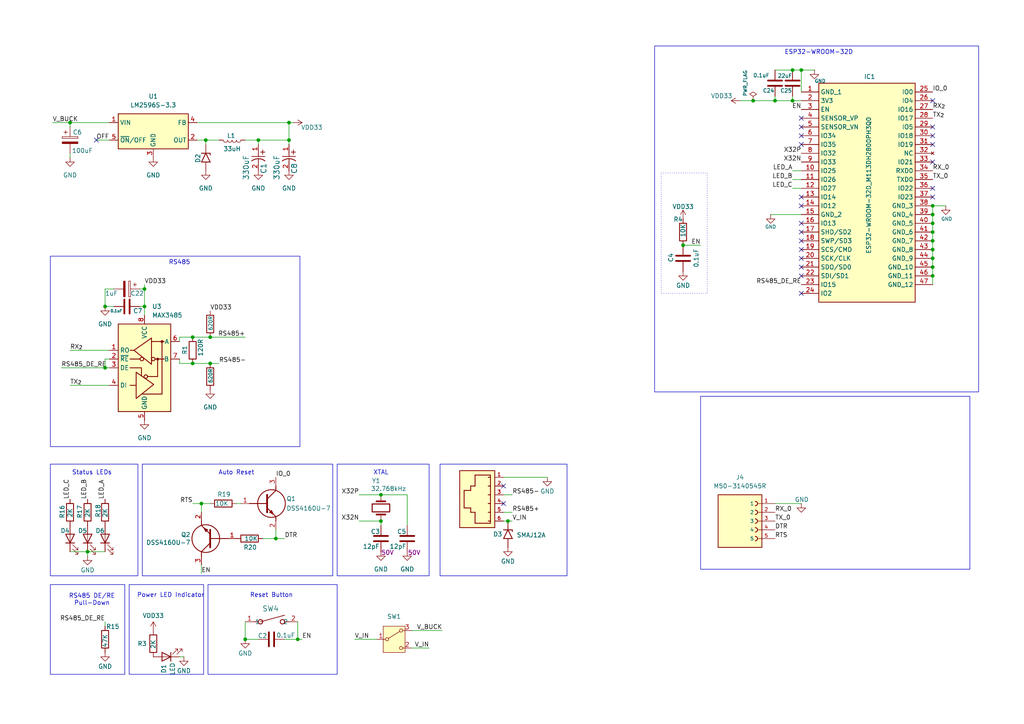
<source format=kicad_sch>
(kicad_sch (version 20250114) (generator "eeschema") (generator_version "9.0")
  (paper "A4")
  (title_block (title "Modbus-to-X") (date "2025-07-06") (rev "0.1") (company "Joachim Andersen"))
  (lib_symbols
    (symbol "Adafruit 3983 Mini Soft Touch Switch:3983" (pin_names (offset 0.254))
      (property "Reference" "SW" (at 7.62 3.81 0))
      (property "Value" "3983" (at 0 0 0))
      (symbol "3983_0_1"
        (pin unspecified line (at 0 0 0) (length 2.54) (name "1") (number "1"))
        (pin unspecified line (at 15.24 0 180) (length 2.54) (name "2") (number "2"))
      )
    )
    (symbol "C_1" (pin_numbers (hide yes)) (pin_names (offset 0.254))
      (property "Reference" "C" (at 0.635 2.54 0))
      (property "Value" "C" (at 0.635 -2.54 0))
      (symbol "C_1_1_1"
        (pin passive line (at 0 3.81 270) (length 2.794) (name "~") (number "1"))
        (pin passive line (at 0 -3.81 90) (length 2.794) (name "~") (number "2"))
      )
    )
    (symbol "C_2" (pin_numbers (hide yes)) (pin_names (offset 0.254) (hide yes))
      (property "Reference" "C" (at 0.635 2.54 0))
      (property "Value" "C" (at 0.635 -2.54 0))
      (symbol "C_2_1_1"
        (pin passive line (at 0 3.81 270) (length 2.794) (name "~") (number "1"))
        (pin passive line (at 0 -3.81 90) (length 2.794) (name "~") (number "2"))
      )
    )
    (symbol "DSS4160U-7:DSS4160U-7" (pin_names (hide yes))
      (property "Reference" "Q" (at 13.97 1.27 0))
      (property "Value" "DSS4160U-7" (at 13.97 -1.27 0))
      (symbol "DSS4160U-7_1_1"
        (pin passive line (at 0 0 0) (length 2.54) (name "B") (number "1"))
        (pin passive line (at 10.16 7.62 270) (length 2.54) (name "C") (number "3"))
        (pin passive line (at 10.16 -7.62 90) (length 2.54) (name "E") (number "2"))
      )
    )
    (symbol "Device:C" (pin_numbers (hide yes)) (pin_names (offset 0.254))
      (property "Reference" "C" (at 0.635 2.54 0))
      (property "Value" "C" (at 0.635 -2.54 0))
      (symbol "C_1_1"
        (pin passive line (at 0 3.81 270) (length 2.794) (name "~") (number "1"))
        (pin passive line (at 0 -3.81 90) (length 2.794) (name "~") (number "2"))
      )
    )
    (symbol "Device:C_Polarized" (pin_numbers (hide yes)) (pin_names (offset 0.254))
      (property "Reference" "C" (at 0.635 2.54 0))
      (property "Value" "C_Polarized" (at 0.635 -2.54 0))
      (symbol "C_Polarized_1_1"
        (pin passive line (at 0 3.81 270) (length 2.794) (name "~") (number "1"))
        (pin passive line (at 0 -3.81 90) (length 2.794) (name "~") (number "2"))
      )
    )
    (symbol "Device:Crystal" (pin_numbers (hide yes)) (pin_names (offset 1.016) (hide yes))
      (property "Reference" "Y" (at 0 3.81 0))
      (property "Value" "Crystal" (at 0 -3.81 0))
      (symbol "Crystal_1_1"
        (pin passive line (at -3.81 0 0) (length 1.27) (name "1") (number "1"))
        (pin passive line (at 3.81 0 180) (length 1.27) (name "2") (number "2"))
      )
    )
    (symbol "Device:L" (pin_numbers (hide yes)) (pin_names (offset 1.016) (hide yes))
      (property "Reference" "L" (at -1.27 0 90))
      (property "Value" "L" (at 1.905 0 90))
      (symbol "L_1_1"
        (pin passive line (at 0 3.81 270) (length 1.27) (name "1") (number "1"))
        (pin passive line (at 0 -3.81 90) (length 1.27) (name "2") (number "2"))
      )
    )
    (symbol "Device:LED" (pin_numbers (hide yes)) (pin_names (offset 1.016) (hide yes))
      (property "Reference" "D" (at 0 2.54 0))
      (property "Value" "LED" (at 0 -2.54 0))
      (symbol "LED_1_1"
        (pin passive line (at -3.81 0 0) (length 2.54) (name "K") (number "1"))
        (pin passive line (at 3.81 0 180) (length 2.54) (name "A") (number "2"))
      )
    )
    (symbol "Device:R" (pin_numbers (hide yes)) (pin_names (offset 0))
      (property "Reference" "R" (at 2.032 0 90))
      (property "Value" "R" (at 0 0 90))
      (symbol "R_1_1"
        (pin passive line (at 0 3.81 270) (length 1.27) (name "~") (number "1"))
        (pin passive line (at 0 -3.81 90) (length 1.27) (name "~") (number "2"))
      )
    )
    (symbol "Diode:SMAJ12A" (pin_numbers (hide yes)) (pin_names (offset 1.016) (hide yes))
      (property "Reference" "D" (at 0 2.54 0))
      (property "Value" "SMAJ12A" (at 0 -2.54 0))
      (symbol "SMAJ12A_1_1"
        (pin passive line (at -3.81 0 0) (length 2.54) (name "A1") (number "1"))
        (pin passive line (at 3.81 0 180) (length 2.54) (name "A2") (number "2"))
      )
    )
    (symbol "Interface_UART:MAX3485"
      (property "Reference" "U" (at -6.985 13.97 0))
      (property "Value" "MAX3485" (at 1.905 13.97 0))
      (symbol "MAX3485_1_1"
        (pin output line (at -10.16 5.08 0) (length 2.54) (name "RO") (number "1"))
        (pin input line (at -10.16 2.54 0) (length 2.54) (name "~{RE}") (number "2"))
        (pin input line (at -10.16 0 0) (length 2.54) (name "DE") (number "3"))
        (pin input line (at -10.16 -5.08 0) (length 2.54) (name "DI") (number "4"))
        (pin power_in line (at 0 15.24 270) (length 2.54) (name "VCC") (number "8"))
        (pin power_in line (at 0 -15.24 90) (length 2.54) (name "GND") (number "5"))
        (pin bidirectional line (at 10.16 7.62 180) (length 2.54) (name "A") (number "6"))
        (pin bidirectional line (at 10.16 2.54 180) (length 2.54) (name "B") (number "7"))
      )
    )
    (symbol "LED_1" (pin_numbers (hide yes)) (pin_names (offset 1.016) (hide yes))
      (property "Reference" "D" (at 0 2.54 0))
      (property "Value" "LED" (at 0 -2.54 0))
      (symbol "LED_1_1_1"
        (pin passive line (at -3.81 0 0) (length 2.54) (name "K") (number "1"))
        (pin passive line (at 3.81 0 180) (length 2.54) (name "A") (number "2"))
      )
    )
    (symbol "LED_2" (pin_numbers (hide yes)) (pin_names (offset 1.016) (hide yes))
      (property "Reference" "D" (at 0 2.54 0))
      (property "Value" "LED" (at 0 -2.54 0))
      (symbol "LED_2_1_1"
        (pin passive line (at -3.81 0 0) (length 2.54) (name "K") (number "1"))
        (pin passive line (at 3.81 0 180) (length 2.54) (name "A") (number "2"))
      )
    )
    (symbol "LED_3" (pin_numbers (hide yes)) (pin_names (offset 1.016) (hide yes))
      (property "Reference" "D" (at 0 2.54 0))
      (property "Value" "LED" (at 0 -2.54 0))
      (symbol "LED_3_1_1"
        (pin passive line (at -3.81 0 0) (length 2.54) (name "K") (number "1"))
        (pin passive line (at 3.81 0 180) (length 2.54) (name "A") (number "2"))
      )
    )
    (symbol "Library:ESP32-WROOM-32D_M113DH2800PH3Q0_"
      (property "Reference" "IC" (at 34.29 7.62 0))
      (property "Value" "ESP32-WROOM-32D_M113DH2800PH3Q0_" (at 34.29 5.08 0))
      (symbol "ESP32-WROOM-32D_M113DH2800PH3Q0__1_1"
        (pin passive line (at 0 0 0) (length 5.08) (name "GND_1") (number "1"))
        (pin passive line (at 0 -2.54 0) (length 5.08) (name "3V3") (number "2"))
        (pin passive line (at 0 -5.08 0) (length 5.08) (name "EN") (number "3"))
        (pin passive line (at 0 -7.62 0) (length 5.08) (name "SENSOR_VP") (number "4"))
        (pin passive line (at 0 -10.16 0) (length 5.08) (name "SENSOR_VN") (number "5"))
        (pin passive line (at 0 -12.7 0) (length 5.08) (name "IO34") (number "6"))
        (pin passive line (at 0 -15.24 0) (length 5.08) (name "IO35") (number "7"))
        (pin passive line (at 0 -17.78 0) (length 5.08) (name "IO32") (number "8"))
        (pin passive line (at 0 -20.32 0) (length 5.08) (name "IO33") (number "9"))
        (pin passive line (at 0 -22.86 0) (length 5.08) (name "IO25") (number "10"))
        (pin passive line (at 0 -25.4 0) (length 5.08) (name "IO26") (number "11"))
        (pin passive line (at 0 -27.94 0) (length 5.08) (name "IO27") (number "12"))
        (pin passive line (at 0 -30.48 0) (length 5.08) (name "IO14") (number "13"))
        (pin passive line (at 0 -33.02 0) (length 5.08) (name "IO12") (number "14"))
        (pin passive line (at 0 -35.56 0) (length 5.08) (name "GND_2") (number "15"))
        (pin passive line (at 0 -38.1 0) (length 5.08) (name "IO13") (number "16"))
        (pin passive line (at 0 -40.64 0) (length 5.08) (name "SHD/SD2") (number "17"))
        (pin passive line (at 0 -43.18 0) (length 5.08) (name "SWP/SD3") (number "18"))
        (pin passive line (at 0 -45.72 0) (length 5.08) (name "SCS/CMD") (number "19"))
        (pin passive line (at 0 -48.26 0) (length 5.08) (name "SCK/CLK") (number "20"))
        (pin passive line (at 0 -50.8 0) (length 5.08) (name "SDO/SD0") (number "21"))
        (pin passive line (at 0 -53.34 0) (length 5.08) (name "SDI/SD1") (number "22"))
        (pin passive line (at 0 -55.88 0) (length 5.08) (name "IO15") (number "23"))
        (pin passive line (at 0 -58.42 0) (length 5.08) (name "IO2") (number "24"))
        (pin passive line (at 38.1 0 180) (length 5.08) (name "IO0") (number "25"))
        (pin passive line (at 38.1 -2.54 180) (length 5.08) (name "IO4") (number "26"))
        (pin passive line (at 38.1 -5.08 180) (length 5.08) (name "IO16") (number "27"))
        (pin passive line (at 38.1 -7.62 180) (length 5.08) (name "IO17") (number "28"))
        (pin passive line (at 38.1 -10.16 180) (length 5.08) (name "IO5") (number "29"))
        (pin passive line (at 38.1 -12.7 180) (length 5.08) (name "IO18") (number "30"))
        (pin passive line (at 38.1 -15.24 180) (length 5.08) (name "IO19") (number "31"))
        (pin no_connect line (at 38.1 -17.78 180) (length 5.08) (name "NC") (number "32"))
        (pin passive line (at 38.1 -20.32 180) (length 5.08) (name "IO21") (number "33"))
        (pin passive line (at 38.1 -22.86 180) (length 5.08) (name "RXD0") (number "34"))
        (pin passive line (at 38.1 -25.4 180) (length 5.08) (name "TXD0") (number "35"))
        (pin passive line (at 38.1 -27.94 180) (length 5.08) (name "IO22") (number "36"))
        (pin passive line (at 38.1 -30.48 180) (length 5.08) (name "IO23") (number "37"))
        (pin passive line (at 38.1 -33.02 180) (length 5.08) (name "GND_3") (number "38"))
        (pin passive line (at 38.1 -35.56 180) (length 5.08) (name "GND_4") (number "39"))
        (pin passive line (at 38.1 -38.1 180) (length 5.08) (name "GND_5") (number "40"))
        (pin passive line (at 38.1 -40.64 180) (length 5.08) (name "GND_6") (number "41"))
        (pin passive line (at 38.1 -43.18 180) (length 5.08) (name "GND_7") (number "42"))
        (pin passive line (at 38.1 -45.72 180) (length 5.08) (name "GND_8") (number "43"))
        (pin passive line (at 38.1 -48.26 180) (length 5.08) (name "GND_9") (number "44"))
        (pin passive line (at 38.1 -50.8 180) (length 5.08) (name "GND_10") (number "45"))
        (pin passive line (at 38.1 -53.34 180) (length 5.08) (name "GND_11") (number "46"))
        (pin passive line (at 38.1 -55.88 180) (length 5.08) (name "GND_12") (number "47"))
      )
    )
    (symbol "M50-3140545R:M50-3140545R" (pin_names (offset 1.016))
      (property "Reference" "J" (at -6.85 7.62 0))
      (property "Value" "M50-3140545R" (at -6.35 -10.16 0))
      (symbol "M50-3140545R_0_0"
        (pin passive line (at 10.16 5.08 180) (length 5.08) (name "1") (number "1"))
        (pin passive line (at 10.16 2.54 180) (length 5.08) (name "2") (number "2"))
        (pin passive line (at 10.16 0 180) (length 5.08) (name "3") (number "3"))
        (pin passive line (at 10.16 -2.54 180) (length 5.08) (name "4") (number "4"))
        (pin passive line (at 10.16 -5.08 180) (length 5.08) (name "5") (number "5"))
      )
    )
    (symbol "RJ12_615006138421:615006138421" (pin_names (offset 1.016))
      (property "Reference" "J" (at -10.477 -0.662 90))
      (property "Value" "615006138421" (at 10.09 -5.224 90))
      (symbol "615006138421_0_0"
        (pin passive line (at -7.62 -7.62 90) (length 2.54) (name "~") (number "6"))
        (pin passive line (at -5.08 -7.62 90) (length 2.54) (name "~") (number "5"))
        (pin passive line (at -2.54 -7.62 90) (length 2.54) (name "~") (number "4"))
        (pin passive line (at 0 -7.62 90) (length 2.54) (name "~") (number "3"))
        (pin passive line (at 2.54 -7.62 90) (length 2.54) (name "~") (number "2"))
        (pin passive line (at 5.08 -7.62 90) (length 2.54) (name "~") (number "1"))
      )
    )
    (symbol "Regulator_Switching:LM2596S-3.3"
      (property "Reference" "U" (at -10.16 6.35 0))
      (property "Value" "LM2596S-3.3" (at 0 6.35 0))
      (symbol "LM2596S-3.3_1_1"
        (pin power_in line (at -12.7 2.54 0) (length 2.54) (name "VIN") (number "1"))
        (pin input line (at -12.7 -2.54 0) (length 2.54) (name "~{ON}/OFF") (number "5"))
        (pin power_in line (at 0 -7.62 90) (length 2.54) (name "GND") (number "3"))
        (pin input line (at 12.7 2.54 180) (length 2.54) (name "FB") (number "4"))
        (pin output line (at 12.7 -2.54 180) (length 2.54) (name "OUT") (number "2"))
      )
    )
    (symbol "Switch:SW_Wuerth_450301014042" (pin_names (offset 1) (hide yes))
      (property "Reference" "SW" (at 0 5.08 0))
      (property "Value" "SW_Wuerth_450301014042" (at 0 -5.08 0))
      (symbol "SW_Wuerth_450301014042_1_1"
        (pin passive line (at -5.08 0 0) (length 2.54) (name "B") (number "1"))
        (pin passive line (at 5.08 2.54 180) (length 2.54) (name "A") (number "3"))
        (pin passive line (at 5.08 -2.54 180) (length 2.54) (name "C") (number "2"))
      )
    )
    (symbol "Tantalum 330uF T495D337K006ATE100:T495D337K006ATE100" (pin_names (offset 0.254))
      (property "Reference" "C" (at 3.81 3.81 0))
      (property "Value" "T495D337K006ATE100" (at 3.81 -3.81 0))
      (symbol "T495D337K006ATE100_1_1"
        (pin unspecified line (at 0 0 0) (length 2.54) (name "") (number "1"))
        (pin unspecified line (at 7.62 0 180) (length 2.54) (name "") (number "2"))
      )
      (symbol "T495D337K006ATE100_1_2"
        (pin unspecified line (at 0 0 270) (length 2.54) (name "") (number "1"))
        (pin unspecified line (at 0 -7.62 90) (length 2.54) (name "") (number "2"))
      )
    )
    (symbol "power:GND" (power) (pin_numbers (hide yes)) (pin_names (offset 0) (hide yes))
      (property "Value" "GND" (at 0 -3.81 0))
      (symbol "GND_1_1"
        (pin power_in line (at 0 0 270) (length 0) (name "~") (number "1"))
      )
    )
    (symbol "power:PWR_FLAG" (power) (pin_numbers (hide yes)) (pin_names (offset 0) (hide yes))
      (property "Value" "PWR_FLAG" (at 0 3.81 0))
      (symbol "PWR_FLAG_0_0"
        (pin power_out line (at 0 0 90) (length 0) (name "~") (number "1"))
      )
    )
    (symbol "power:VDD" (power) (pin_numbers (hide yes)) (pin_names (offset 0) (hide yes))
      (property "Value" "VDD" (at 0 3.556 0))
      (symbol "VDD_1_1"
        (pin power_in line (at 0 0 90) (length 0) (name "~") (number "1"))
      )
    )
  )
  (rectangle (start 14.605 169.545) (end 36.195 195.58))
  (rectangle (start 60.325 169.545) (end 97.79 195.58))
  (rectangle (start 203.2 114.935) (end 281.305 165.1))
  (rectangle (start 191.77 50.165) (end 205.105 85.09) (stroke (width 0) (type dot)))
  (rectangle (start 127.635 134.62) (end 164.465 167.005))
  (rectangle (start 14.605 134.62) (end 40.005 167.005))
  (rectangle (start 189.865 13.335) (end 283.845 113.665))
  (rectangle (start 14.605 74.295) (end 86.995 129.54))
  (rectangle (start 97.79 134.62) (end 124.46 167.005))
  (rectangle (start 37.465 169.545) (end 59.055 195.58))
  (rectangle (start 41.275 134.62) (end 96.52 167.005))
  (text "Power LED Indicator" (at 49.53 172.72 0) (effects (font (size 1.27 1.27))))
  (text "Auto Reset" (at 68.58 137.16 0) (effects (font (size 1.27 1.27))))
  (text "ESP32-WROOM-32D" (at 237.49 15.24 0) (effects (font (size 1.27 1.27))))
  (text "XTAL" (at 110.49 137.16 0) (effects (font (size 1.27 1.27))))
  (text "Status LEDs" (at 26.67 137.16 0) (effects (font (size 1.27 1.27))))
  (text "Reset Button" (at 78.74 172.72 0) (effects (font (size 1.27 1.27))))
  (text "RS485" (at 52.07 76.2 0) (effects (font (size 1.27 1.27))))
  (text "RS485 DE/RE\nPull-Down" (at 26.67 173.99 0) (effects (font (size 1.27 1.27))))
  (junction (at 41.91 88.9))
  (junction (at 270.51 67.31))
  (junction (at 55.88 105.41))
  (junction (at 83.82 40.64))
  (junction (at 41.91 83.82))
  (junction (at 218.44 29.21))
  (junction (at 224.79 29.21))
  (junction (at 110.49 143.51))
  (junction (at 83.82 35.56))
  (junction (at 147.32 151.13))
  (junction (at 232.41 20.32))
  (junction (at 270.51 77.47))
  (junction (at 59.69 40.64))
  (junction (at 270.51 74.93))
  (junction (at 20.32 35.56))
  (junction (at 229.87 29.21))
  (junction (at 270.51 80.01))
  (junction (at 270.51 69.85))
  (junction (at 58.42 146.05))
  (junction (at 71.12 185.42))
  (junction (at 86.36 185.42))
  (junction (at 270.51 64.77))
  (junction (at 55.88 97.79))
  (junction (at 30.48 88.9))
  (junction (at 25.4 160.02))
  (junction (at 270.51 72.39))
  (junction (at 229.87 20.32))
  (junction (at 74.93 40.64))
  (junction (at 80.01 156.21))
  (junction (at 270.51 59.69))
  (junction (at 270.51 62.23))
  (junction (at 60.96 97.79))
  (junction (at 30.48 106.68))
  (junction (at 110.49 151.13))
  (junction (at 60.96 105.41))
  (junction (at 198.12 71.12))
  (no_connect (at 232.41 67.31))
  (no_connect (at 270.51 46.99))
  (no_connect (at 232.41 64.77))
  (no_connect (at 270.51 29.21))
  (no_connect (at 232.41 41.91))
  (no_connect (at 232.41 34.29))
  (no_connect (at 146.05 146.05))
  (no_connect (at 270.51 39.37))
  (no_connect (at 270.51 54.61))
  (no_connect (at 232.41 85.09))
  (no_connect (at 232.41 69.85))
  (no_connect (at 232.41 36.83))
  (no_connect (at 232.41 77.47))
  (no_connect (at 232.41 59.69))
  (no_connect (at 232.41 57.15))
  (no_connect (at 27.94 40.64))
  (no_connect (at 270.51 36.83))
  (no_connect (at 146.05 140.97))
  (no_connect (at 270.51 41.91))
  (no_connect (at 232.41 74.93))
  (no_connect (at 232.41 72.39))
  (no_connect (at 270.51 57.15))
  (no_connect (at 232.41 39.37))
  (no_connect (at 232.41 80.01))
  (wire (pts (xy 214.63 29.21) (xy 218.44 29.21)))
  (wire (pts (xy 85.09 35.56) (xy 83.82 35.56)))
  (wire (pts (xy 58.42 166.37) (xy 58.42 163.83)))
  (wire (pts (xy 104.14 151.13) (xy 110.49 151.13)))
  (wire (pts (xy 86.36 185.42) (xy 86.36 180.34)))
  (wire (pts (xy 229.87 49.53) (xy 232.41 49.53)))
  (wire (pts (xy 52.07 105.41) (xy 52.07 104.14)))
  (wire (pts (xy 74.93 185.42) (xy 71.12 185.42)))
  (wire (pts (xy 58.42 146.05) (xy 55.88 146.05)))
  (wire (pts (xy 20.32 35.56) (xy 31.75 35.56)))
  (wire (pts (xy 57.15 35.56) (xy 83.82 35.56)))
  (wire (pts (xy 224.79 20.32) (xy 229.87 20.32)))
  (wire (pts (xy 25.4 161.29) (xy 25.4 160.02)))
  (wire (pts (xy 20.32 35.56) (xy 20.32 36.83)))
  (wire (pts (xy 270.51 72.39) (xy 270.51 74.93)))
  (wire (pts (xy 198.12 71.12) (xy 203.2 71.12)))
  (wire (pts (xy 270.51 59.69) (xy 274.32 59.69)))
  (wire (pts (xy 224.79 29.21) (xy 224.79 27.94)))
  (wire (pts (xy 59.69 41.91) (xy 59.69 40.64)))
  (wire (pts (xy 87.63 185.42) (xy 86.36 185.42)))
  (wire (pts (xy 59.69 40.64) (xy 57.15 40.64)))
  (wire (pts (xy 68.58 146.05) (xy 69.85 146.05)))
  (wire (pts (xy 229.87 29.21) (xy 232.41 29.21)))
  (wire (pts (xy 20.32 45.72) (xy 20.32 44.45)))
  (wire (pts (xy 102.87 185.42) (xy 109.22 185.42)))
  (wire (pts (xy 229.87 29.21) (xy 229.87 27.94)))
  (wire (pts (xy 110.49 143.51) (xy 118.11 143.51)))
  (wire (pts (xy 53.34 190.5) (xy 52.07 190.5)))
  (wire (pts (xy 30.48 106.68) (xy 30.48 104.14)))
  (wire (pts (xy 41.91 83.82) (xy 41.91 88.9)))
  (wire (pts (xy 30.48 106.68) (xy 31.75 106.68)))
  (wire (pts (xy 110.49 152.4) (xy 110.49 151.13)))
  (wire (pts (xy 147.32 151.13) (xy 146.05 151.13)))
  (wire (pts (xy 270.51 59.69) (xy 270.51 62.23)))
  (wire (pts (xy 86.36 185.42) (xy 82.55 185.42)))
  (wire (pts (xy 30.48 104.14) (xy 31.75 104.14)))
  (wire (pts (xy 104.14 143.51) (xy 110.49 143.51)))
  (wire (pts (xy 40.64 83.82) (xy 41.91 83.82)))
  (wire (pts (xy 232.41 20.32) (xy 236.22 20.32)))
  (wire (pts (xy 83.82 40.64) (xy 83.82 41.91)))
  (wire (pts (xy 52.07 97.79) (xy 55.88 97.79)))
  (wire (pts (xy 83.82 35.56) (xy 83.82 40.64)))
  (wire (pts (xy 270.51 80.01) (xy 270.51 82.55)))
  (wire (pts (xy 20.32 101.6) (xy 31.75 101.6)))
  (wire (pts (xy 58.42 146.05) (xy 58.42 148.59)))
  (wire (pts (xy 124.46 187.96) (xy 119.38 187.96)))
  (wire (pts (xy 148.59 151.13) (xy 147.32 151.13)))
  (wire (pts (xy 118.11 152.4) (xy 118.11 143.51)))
  (wire (pts (xy 40.64 88.9) (xy 41.91 88.9)))
  (wire (pts (xy 27.94 40.64) (xy 31.75 40.64)))
  (wire (pts (xy 270.51 64.77) (xy 270.51 67.31)))
  (wire (pts (xy 146.05 138.43) (xy 158.75 138.43)))
  (wire (pts (xy 223.52 62.23) (xy 232.41 62.23)))
  (wire (pts (xy 82.55 156.21) (xy 80.01 156.21)))
  (wire (pts (xy 229.87 54.61) (xy 232.41 54.61)))
  (wire (pts (xy 20.32 160.02) (xy 25.4 160.02)))
  (wire (pts (xy 58.42 146.05) (xy 60.96 146.05)))
  (wire (pts (xy 270.51 67.31) (xy 270.51 69.85)))
  (wire (pts (xy 270.51 74.93) (xy 270.51 77.47)))
  (wire (pts (xy 270.51 62.23) (xy 270.51 64.77)))
  (wire (pts (xy 15.24 35.56) (xy 20.32 35.56)))
  (wire (pts (xy 41.91 88.9) (xy 41.91 91.44)))
  (wire (pts (xy 128.27 182.88) (xy 119.38 182.88)))
  (wire (pts (xy 224.79 29.21) (xy 229.87 29.21)))
  (wire (pts (xy 63.5 105.41) (xy 60.96 105.41)))
  (wire (pts (xy 41.91 82.55) (xy 41.91 83.82)))
  (wire (pts (xy 25.4 160.02) (xy 30.48 160.02)))
  (wire (pts (xy 55.88 105.41) (xy 52.07 105.41)))
  (wire (pts (xy 71.12 97.79) (xy 60.96 97.79)))
  (wire (pts (xy 148.59 148.59) (xy 146.05 148.59)))
  (wire (pts (xy 229.87 20.32) (xy 232.41 20.32)))
  (wire (pts (xy 232.41 20.32) (xy 232.41 26.67)))
  (wire (pts (xy 71.12 185.42) (xy 71.12 180.34)))
  (wire (pts (xy 63.5 40.64) (xy 59.69 40.64)))
  (wire (pts (xy 83.82 40.64) (xy 74.93 40.64)))
  (wire (pts (xy 30.48 83.82) (xy 30.48 88.9)))
  (wire (pts (xy 33.02 83.82) (xy 30.48 83.82)))
  (wire (pts (xy 30.48 180.34) (xy 30.48 181.61)))
  (wire (pts (xy 229.87 52.07) (xy 232.41 52.07)))
  (wire (pts (xy 17.78 106.68) (xy 30.48 106.68)))
  (wire (pts (xy 71.12 40.64) (xy 74.93 40.64)))
  (wire (pts (xy 20.32 111.76) (xy 31.75 111.76)))
  (wire (pts (xy 55.88 97.79) (xy 60.96 97.79)))
  (wire (pts (xy 270.51 69.85) (xy 270.51 72.39)))
  (wire (pts (xy 80.01 156.21) (xy 76.2 156.21)))
  (wire (pts (xy 80.01 153.67) (xy 80.01 156.21)))
  (wire (pts (xy 218.44 29.21) (xy 224.79 29.21)))
  (wire (pts (xy 52.07 97.79) (xy 52.07 99.06)))
  (wire (pts (xy 148.59 143.51) (xy 146.05 143.51)))
  (wire (pts (xy 232.41 146.05) (xy 224.79 146.05)))
  (wire (pts (xy 55.88 105.41) (xy 60.96 105.41)))
  (wire (pts (xy 74.93 40.64) (xy 74.93 41.91)))
  (wire (pts (xy 30.48 88.9) (xy 33.02 88.9)))
  (wire (pts (xy 270.51 77.47) (xy 270.51 80.01)))
  (label "RS485+" (at 148.59 148.59 0))
  (label "LED_C" (at 20.32 144.78 90))
  (label "RTS" (at 55.88 146.05 180))
  (label "OFF" (at 27.94 40.64 0))
  (label "RX_0" (at 270.51 49.53 0))
  (label "DTR" (at 82.55 156.21 0))
  (label "LED_C" (at 229.87 54.61 180))
  (label "IO_0" (at 270.51 26.67 0))
  (label "TX_{2}" (at 20.32 111.76 0))
  (label "RS485-" (at 148.59 143.51 0))
  (label "V_IN" (at 102.87 185.42 0))
  (label "RX_{2}" (at 270.51 31.75 0))
  (label "RS485-" (at 63.5 105.41 0))
  (label "VDD33" (at 60.96 90.17 0))
  (label "EN" (at 87.63 185.42 0))
  (label "RS485_DE_RE" (at 17.78 106.68 0))
  (label "LED_B" (at 229.87 52.07 180))
  (label "LED_A" (at 229.87 49.53 180))
  (label "RX_0" (at 224.79 148.59 0))
  (label "RS485+" (at 71.12 97.79 180))
  (label "TX_0" (at 270.51 52.07 0))
  (label "RX_{2}" (at 20.32 101.6 0))
  (label "LED_A" (at 30.48 144.78 90))
  (label "EN" (at 232.41 31.75 180))
  (label "X32P" (at 104.14 143.51 180))
  (label "V_IN" (at 148.59 151.13 0))
  (label "X32P" (at 232.41 44.45 180))
  (label "IO_0" (at 80.01 138.43 0))
  (label "EN" (at 203.2 71.12 180))
  (label "V_BUCK" (at 128.27 182.88 180))
  (label "X32N" (at 104.14 151.13 180))
  (label "X32N" (at 232.41 46.99 180))
  (label "TX_{2}" (at 270.51 34.29 0))
  (label "TX_0" (at 224.79 151.13 0))
  (label "VDD33" (at 41.91 82.55 0))
  (label "RS485_DE_RE" (at 30.48 180.34 180))
  (label "DTR" (at 224.79 153.67 0))
  (label "V_IN" (at 124.46 187.96 180))
  (label "LED_B" (at 25.4 144.78 90))
  (label "RTS" (at 224.79 156.21 0))
  (label "V_BUCK" (at 15.24 35.56 0))
  (label "RS485_DE_RE" (at 232.41 82.55 180))
  (label "EN" (at 58.42 166.37 0))
  (symbol (lib_id "Device:R") (at 44.45 186.69 0) (unit 1)
    (property "Reference" "R3" (at 39.878 186.69 0) (effects (justify left)))
    (property "Value" "2K" (at 44.45 188.214 90) (effects (justify left)))
    (property "Footprint" "Resistor_SMD:R_0603_1608Metric_Pad0.98x0.95mm_HandSolder" (effects (hide yes)))
    (property "Datasheet" "https://media.distrelec.com/Web/Downloads/_t/ds/RND_155T_Thin_Film_Resistors_eng_tds.pdf" (effects (hide yes)))
    (property "Description" "Resistor Thin film   2 KOhm      ±0.1%   SMD 0603 1/6W" (effects (hide yes)))
    (property "PartNo" "RND 155TC0325B2001T5H" (effects (hide yes)))
  )
  (symbol (lib_id "RJ12_615006138421:615006138421") (at 138.43 143.51 90) (unit 1)
    (property "Reference" "J1" (effects (hide yes)))
    (property "Value" "615006138421" (effects (hide yes)))
    (property "Footprint" "project_footprints:RJ12_615006138421" (effects (hide yes)))
  )
  (symbol (lib_id "Device:C") (at 78.74 185.42 270) (unit 1)
    (property "Reference" "C2" (at 74.803 184.404 90) (effects (justify left)))
    (property "Value" "0.1uF" (at 80.137 184.277 90) (effects (justify left)))
    (property "Footprint" "Capacitor_SMD:C_1206_3216Metric_Pad1.33x1.80mm_HandSolder" (effects (hide yes)))
    (property "Datasheet" "https://content.kemet.com/datasheets/KEM_C1002_X7R_SMD.pdf" (effects (hide yes)))
    (property "Description" "0.1 µF ±10% 50V Ceramic Capacitor X7R 1206 (3216 Metric)" (effects (hide yes)))
    (property "PartNo" "C1206C104K5RACTU" (effects (hide yes)))
    (property "Voltage" "50V" (effects (hide yes)))
  )
  (symbol (lib_id "Diode:SMAJ12A") (at 147.32 154.94 270) (unit 1)
    (property "Reference" "D3" (at 143.002 154.94 90) (effects (justify left)))
    (property "Value" "SMAJ12A" (at 149.86 155.194 90) (effects (justify left)))
    (property "Footprint" "Diode_SMD:D_SMA_Handsoldering" (effects (hide yes)))
    (property "Datasheet" "https://www.littelfuse.com/media?resourcetype=datasheets&itemid=75e32973-b177-4ee3-a0ff-cedaf1abdb93&filename=smaj-datasheet" (effects (hide yes)))
    (property "Description" "400W unidirectional Transient Voltage Suppressor, 12.0Vr, SMA(DO-214AC)" (effects (hide yes)))
    (property "PartNo" "SMAJ12A" (effects (hide yes)))
  )
  (symbol (lib_id "Device:R") (at 60.96 109.22 180) (unit 1)
    (property "Reference" "R14" (effects (hide yes)))
    (property "Value" "620R" (at 61.087 106.807 90) (effects (font (size 1.08 1.08)) (justify left)))
    (property "Footprint" "Resistor_SMD:R_0805_2012Metric_Pad1.20x1.40mm_HandSolder" (effects (hide yes)))
    (property "Datasheet" "https://media.distrelec.com/Web/Downloads/_t/ds/rnd_smd_resistors_eng_tds.pdf" (effects (hide yes)))
    (property "Description" "Resistor Thick film  620 Ohm     ±1%     SMD 0805 1/8W" (effects (hide yes)))
    (property "FriendlyName" "Rt" (effects (hide yes)))
    (property "PartNo" "RND 1550805S8F6200T5E" (effects (hide yes)))
  )
  (symbol (lib_name "LED_1") (lib_id "Device:LED") (at 20.32 156.21 90) (unit 1)
    (property "Reference" "D4" (at 17.526 153.924 90) (effects (justify right)))
    (property "Value" "LED" (effects (hide yes)))
    (property "Footprint" "LED_SMD:LED_0402_1005Metric_Pad0.77x0.64mm_HandSolder" (effects (hide yes)))
    (property "Description" "Light emitting diode" (effects (hide yes)))
    (property "PartNo" "LW QH8G-Q2OO-3K5L-1" (effects (hide yes)))
    (property "Sim.Pins" "1=K 2=A" (effects (hide yes)))
  )
  (symbol (lib_id "Device:R") (at 25.4 148.59 0) (unit 1)
    (property "Reference" "R17" (at 23.114 150.368 90) (effects (justify left)))
    (property "Value" "2K" (at 25.4 150.114 90) (effects (justify left)))
    (property "Footprint" "Resistor_SMD:R_0603_1608Metric_Pad0.98x0.95mm_HandSolder" (effects (hide yes)))
    (property "Datasheet" "https://media.distrelec.com/Web/Downloads/_t/ds/RND_155T_Thin_Film_Resistors_eng_tds.pdf" (effects (hide yes)))
    (property "Description" "Resistor Thin film   2 KOhm      ±0.1%   SMD 0603 1/6W" (effects (hide yes)))
    (property "PartNo" "RND 155TC0325B2001T5H" (effects (hide yes)))
  )
  (symbol (lib_id "Device:R") (at 60.96 93.98 180) (unit 1)
    (property "Reference" "R2" (effects (hide yes)))
    (property "Value" "620R" (at 61.087 91.567 90) (effects (font (size 1.08 1.08)) (justify left)))
    (property "Footprint" "Resistor_SMD:R_0805_2012Metric_Pad1.20x1.40mm_HandSolder" (effects (hide yes)))
    (property "Datasheet" "https://media.distrelec.com/Web/Downloads/_t/ds/rnd_smd_resistors_eng_tds.pdf" (effects (hide yes)))
    (property "Description" "Resistor Thick film  620 Ohm     ±1%     SMD 0805 1/8W" (effects (hide yes)))
    (property "FriendlyName" "Rt" (effects (hide yes)))
    (property "PartNo" "RND 1550805S8F6200T5E" (effects (hide yes)))
  )
  (symbol (lib_id "Device:C_Polarized") (at 20.32 40.64 0) (unit 1)
    (property "Reference" "C6" (at 21.082 38.354 0) (effects (justify left)))
    (property "Value" "100uF" (at 20.828 43.688 0) (effects (justify left)))
    (property "Footprint" "project_footprints:25SVPF100M" (effects (hide yes)))
    (property "Datasheet" "https://industrial.panasonic.com/ww/products/pt/os-con/models/25SVPF100M" (effects (hide yes)))
    (property "Description" "CAP ALUM POLY 100UF 20% 25V SMD" (effects (hide yes)))
    (property "Voltage" "25V" (effects (hide yes)))
    (property "PartNo" "25SVPF100M" (effects (hide yes)))
  )
  (symbol (lib_id "Device:C") (at 36.83 88.9 270) (unit 1)
    (property "Reference" "C7" (at 38.608 90.17 90) (effects (justify left)))
    (property "Value" "0.1uF" (at 32.004 90.17 90) (effects (font (size 0.8 0.8)) (justify left)))
    (property "Footprint" "Capacitor_SMD:C_1206_3216Metric_Pad1.33x1.80mm_HandSolder" (effects (hide yes)))
    (property "Datasheet" "https://content.kemet.com/datasheets/KEM_C1002_X7R_SMD.pdf" (effects (hide yes)))
    (property "Description" "SMD MLC Capacitor 100nF 50V 10% X7R 1206" (effects (hide yes)))
    (property "PartNo" "C1206C104K5RACTU" (effects (hide yes)))
    (property "Voltage" "50V" (effects (hide yes)))
  )
  (symbol (lib_name "C_1") (lib_id "Device:C") (at 110.49 156.21 180) (unit 1)
    (property "Reference" "C3" (at 110.236 154.178 0) (effects (justify left)))
    (property "Value" "12pF" (at 110.109 158.496 0) (effects (justify left)))
    (property "Footprint" "Capacitor_SMD:C_0402_1005Metric_Pad0.74x0.62mm_HandSolder" (effects (hide yes)))
    (property "Datasheet" "https://www.yageo.com/upload/media/product/productsearch/datasheet/mlcc/UPY-GP_NP0_16V-to-50V_18.pdf" (effects (hide yes)))
    (property "Description" "22 µF ±20% 6.3V Ceramic Capacitor X5R 0603 (1608 Metric)" (effects (hide yes)))
    (property "Voltage" "50V" (at 112.395 160.274 0))
    (property "PartNo" "CC0402FRNP09BN120" (effects (hide yes)))
  )
  (symbol (lib_id "Device:R") (at 72.39 156.21 270) (unit 1)
    (property "Reference" "R20" (at 70.612 158.75 90) (effects (justify left)))
    (property "Value" "10K" (at 70.866 156.21 90) (effects (justify left)))
    (property "Footprint" "Resistor_SMD:R_0805_2012Metric_Pad1.20x1.40mm_HandSolder" (effects (hide yes)))
    (property "Datasheet" "https://media.distrelec.com/Web/Downloads/_t/ds/RND_155T_Thin_Film_Resistors_eng_tds.pdf" (effects (hide yes)))
    (property "Description" "Resistor Thin film   10 KOhm     ±0.1%   SMD 0805 1/4W" (effects (hide yes)))
    (property "PartNo" "RND 155TC0525B1002T5J" (effects (hide yes)))
  )
  (symbol (lib_id "power:VDD") (at 198.12 63.5 0) (unit 1)
    (property "Reference" "#PWR03" (effects (hide yes)))
    (property "Value" "VDD33" (at 198.12 59.944 0))
    (property "Description" "Power symbol creates a global label with name \"VDD\"" (effects (hide yes)))
  )
  (symbol (lib_id "power:VDD") (at 214.63 29.21 90) (unit 1)
    (property "Reference" "#PWR09" (effects (hide yes)))
    (property "Value" "VDD33" (at 209.296 27.813 90))
    (property "Description" "Power symbol creates a global label with name \"VDD\"" (effects (hide yes)))
  )
  (symbol (lib_id "Device:L") (at 67.31 40.64 270) (unit 1)
    (property "Reference" "L1" (at 67.056 39.37 90))
    (property "Value" "33uH" (at 67.31 43.18 90))
    (property "Footprint" "project_footprints:7447709330" (effects (hide yes)))
    (property "Datasheet" "https://www.we-online.com/components/products/datasheet/7447709330.pdf" (effects (hide yes)))
    (property "Description" "Inductor" (effects (hide yes)))
    (property "PartNo" "7447709330" (effects (hide yes)))
  )
  (symbol (lib_id "Library:ESP32-WROOM-32D_M113DH2800PH3Q0_") (at 232.41 26.67 0) (unit 1)
    (property "Reference" "IC1" (at 252.222 22.225 0))
    (property "Value" "ESP32-WROOM-32D_M113DH2800PH3Q0" (at 251.968 53.721 90))
    (property "Footprint" "project_footprints:ESP32-WROOM-32D_ANT_SILK_REMOVED" (effects (hide yes)))
    (property "Datasheet" "https://www.espressif.com/sites/default/files/documentation/esp32-wroom-32d_esp32-wroom-32u_datasheet_en.pdf" (effects (hide yes)))
    (property "Description" "WiFi Modules (802.11) SMD Module, ESP32-D0WD, 32Mbits SPI flash, UART mode, PCB antenna" (effects (hide yes)))
    (property "Height" "3.2" (effects (hide yes)))
    (property "Manufacturer_Name" "Espressif Systems" (effects (hide yes)))
    (property "Manufacturer_Part_Number" "ESP32-WROOM-32D(M113DH2800PH3Q0)" (effects (hide yes)))
    (property "Mouser Part Number" "356-ES32WROOM32D16MB" (effects (hide yes)))
    (property "Mouser Price/Stock" "https://www.mouser.co.uk/ProductDetail/Espressif-Systems/ESP32-WROOM-32DM113DH2800PH3Q0?qs=W%2FMpXkg%252BdQ75%2Fda1rSxxJw%3D%3D" (effects (hide yes)))
    (property "PartNo" "M113DH2800PH3Q0" (effects (hide yes)))
  )
  (symbol (lib_id "power:GND") (at 25.4 161.29 0) (unit 1)
    (property "Reference" "#PWR041" (effects (hide yes)))
    (property "Value" "GND" (at 25.4 165.354 0))
    (property "Description" "Power symbol creates a global label with name \"GND\" , ground" (effects (hide yes)))
  )
  (symbol (lib_id "power:GND") (at 59.69 49.53 0) (unit 1)
    (property "Reference" "#PWR017" (effects (hide yes)))
    (property "Value" "GND" (at 59.69 54.61 0))
    (property "Description" "Power symbol creates a global label with name \"GND\" , ground" (effects (hide yes)))
  )
  (symbol (lib_id "Interface_UART:MAX3485") (at 41.91 106.68 0) (unit 1)
    (property "Reference" "U3" (at 44.1041 88.9 0) (effects (justify left)))
    (property "Value" "MAX3485" (at 44.1041 91.44 0) (effects (justify left)))
    (property "Footprint" "Package_SO:SOIC-8_3.9x4.9mm_P1.27mm" (effects (hide yes)))
    (property "Datasheet" "https://datasheets.maximintegrated.com/en/ds/MAX3483-MAX3491.pdf" (effects (hide yes)))
    (property "Description" "True RS-485/RS-422, 10Mbps, Slew-Rate Limited, with low-power shutdown, with receiver/driver enable, 32 receiver drive capacitity, DIP-8 and SOIC-8" (effects (hide yes)))
    (property "PartNo" "MAX3485CSA+T" (effects (hide yes)))
  )
  (symbol (lib_id "power:GND") (at 20.32 45.72 0) (unit 1)
    (property "Reference" "#PWR024" (effects (hide yes)))
    (property "Value" "GND" (at 20.32 50.8 0))
    (property "Description" "Power symbol creates a global label with name \"GND\" , ground" (effects (hide yes)))
  )
  (symbol (lib_id "power:GND") (at 232.41 146.05 0) (unit 1)
    (property "Reference" "#PWR018" (effects (hide yes)))
    (property "Value" "GND" (at 232.537 144.907 0))
    (property "Description" "Power symbol creates a global label with name \"GND\" , ground" (effects (hide yes)))
  )
  (symbol (lib_id "Device:Crystal") (at 110.49 147.32 90) (unit 1)
    (property "Reference" "Y1" (at 107.823 139.446 90) (effects (justify right)))
    (property "Value" "32.768kHz" (at 107.569 141.732 90) (effects (justify right)))
    (property "Footprint" "project_footprints:XTAL_ABS05-32.768KHZ-T" (effects (hide yes)))
    (property "Datasheet" "https://abracon.com/Resonators/ABS05.pdf" (effects (hide yes)))
    (property "Description" "32.768 kHz ±20ppm Crystal 12.5pF 90 kOhms 2-SMD, No Lead" (effects (hide yes)))
    (property "PartNo" "ABS05-32.768KHZ-T" (effects (hide yes)))
  )
  (symbol (lib_id "power:GND") (at 30.48 88.9 0) (unit 1)
    (property "Reference" "#PWR011" (effects (hide yes)))
    (property "Value" "GND" (at 30.48 93.98 0))
    (property "Description" "Power symbol creates a global label with name \"GND\" , ground" (effects (hide yes)))
  )
  (symbol (lib_name "C_2") (lib_id "Device:C") (at 224.79 24.13 0) (unit 1)
    (property "Reference" "C24" (at 221.234 26.289 0) (effects (font (size 1.1 1.1)) (justify left)))
    (property "Value" "0.1uF" (at 218.44 21.844 0) (effects (font (size 1.1 1.1)) (justify left)))
    (property "Footprint" "Capacitor_SMD:C_1206_3216Metric_Pad1.33x1.80mm_HandSolder" (effects (hide yes)))
    (property "Datasheet" "https://content.kemet.com/datasheets/KEM_C1002_X7R_SMD.pdf" (effects (hide yes)))
    (property "Description" "0.1 µF ±10% 50V Ceramic Capacitor X7R 1206 (3216 Metric)" (effects (hide yes)))
    (property "PartNo" "C1206C104K5RACTU" (effects (hide yes)))
    (property "Voltage" "50V" (effects (hide yes)))
  )
  (symbol (lib_id "Tantalum 330uF T495D337K006ATE100:T495D337K006ATE100") (at 74.93 41.91 270) (unit 1)
    (property "Reference" "C1" (at 76.454 47.244 0) (effects (font (size 1.524 1.524)) (justify left)))
    (property "Value" "330uF" (at 71.374 44.958 0) (effects (font (size 1.524 1.524)) (justify left)))
    (property "Footprint" "project_footprints:T495D337K006ATE100" (effects (hide yes)))
    (property "Datasheet" "https://content.kemet.com/datasheets/KEM_T2009_T495.pdf" (effects (hide yes)))
    (property "Description" "330 µF Molded Tantalum Capacitors 6.3 V 2917 (7343 Metric) 100mOhm" (effects (hide yes)))
    (property "PartNo" "T495D337K006ATE100" (effects (hide yes)))
    (property "Id" "C #20" (effects (hide yes)))
  )
  (symbol (lib_id "Device:R") (at 64.77 146.05 90) (unit 1)
    (property "Reference" "R19" (at 66.929 143.383 90) (effects (justify left)))
    (property "Value" "10K" (at 66.294 146.05 90) (effects (justify left)))
    (property "Footprint" "Resistor_SMD:R_0805_2012Metric_Pad1.20x1.40mm_HandSolder" (effects (hide yes)))
    (property "Datasheet" "https://media.distrelec.com/Web/Downloads/_t/ds/RND_155T_Thin_Film_Resistors_eng_tds.pdf" (effects (hide yes)))
    (property "Description" "Resistor Thin film   10 KOhm     ±0.1%   SMD 0805 1/4W" (effects (hide yes)))
    (property "PartNo" "RND 155TC0525B1002T5J" (effects (hide yes)))
  )
  (symbol (lib_id "Device:LED") (at 48.26 190.5 180) (unit 1)
    (property "Reference" "D1" (at 47.498 195.326 90) (effects (justify right)))
    (property "Value" "LED" (at 50.038 195.834 90) (effects (justify right)))
    (property "Footprint" "LED_SMD:LED_0402_1005Metric_Pad0.77x0.64mm_HandSolder" (effects (hide yes)))
    (property "Datasheet" "https://www.mouser.dk/datasheet/2/588/asset_pdf_5057771-3418946.pdf" (effects (hide yes)))
    (property "Description" "LED White SMD" (effects (hide yes)))
    (property "PartNo" "LW QH8G-Q2OO-3K5L-1" (effects (hide yes)))
  )
  (symbol (lib_id "power:GND") (at 223.52 62.23 0) (unit 1)
    (property "Reference" "#PWR035" (effects (hide yes)))
    (property "Value" "GND" (at 223.52 65.786 0) (effects (font (size 1 1))))
    (property "Description" "Power symbol creates a global label with name \"GND\" , ground" (effects (hide yes)))
  )
  (symbol (lib_id "power:GND") (at 53.34 190.5 0) (unit 1)
    (property "Reference" "#PWR07" (effects (hide yes)))
    (property "Value" "GND" (at 53.34 194.564 0))
    (property "Description" "Power symbol creates a global label with name \"GND\" , ground" (effects (hide yes)))
  )
  (symbol (lib_id "power:GND") (at 147.32 158.75 0) (unit 1)
    (property "Reference" "#PWR030" (effects (hide yes)))
    (property "Value" "GND" (at 147.32 162.814 0))
    (property "Description" "Power symbol creates a global label with name \"GND\" , ground" (effects (hide yes)))
  )
  (symbol (lib_name "LED_2") (lib_id "Device:LED") (at 25.4 156.21 90) (unit 1)
    (property "Reference" "D5" (at 22.606 153.924 90) (effects (justify right)))
    (property "Value" "LED" (effects (hide yes)))
    (property "Footprint" "LED_SMD:LED_0402_1005Metric_Pad0.77x0.64mm_HandSolder" (effects (hide yes)))
    (property "Description" "Light emitting diode" (effects (hide yes)))
    (property "PartNo" "LW QH8G-Q2OO-3K5L-1" (effects (hide yes)))
    (property "Sim.Pins" "1=K 2=A" (effects (hide yes)))
  )
  (symbol (lib_id "power:VDD") (at 44.45 182.88 0) (unit 1)
    (property "Reference" "#PWR08" (effects (hide yes)))
    (property "Value" "VDD33" (at 44.45 178.562 0))
    (property "Description" "Power symbol creates a global label with name \"VDD\"" (effects (hide yes)))
  )
  (symbol (lib_id "power:GND") (at 198.12 78.74 0) (unit 1)
    (property "Reference" "#PWR04" (effects (hide yes)))
    (property "Value" "GND" (at 198.12 82.804 0))
    (property "Description" "Power symbol creates a global label with name \"GND\" , ground" (effects (hide yes)))
  )
  (symbol (lib_id "Switch:SW_Wuerth_450301014042") (at 114.3 185.42 0) (unit 1)
    (property "Reference" "SW1" (at 114.3 178.816 0))
    (property "Value" "SW_Wuerth_450301014042" (effects (hide yes)))
    (property "Footprint" "Button_Switch_THT:SW_Slide-03_Wuerth-WS-SLTV_10x2.5x6.4_P2.54mm" (effects (hide yes)))
    (property "Datasheet" "https://www.we-online.com/components/products/datasheet/450301014042.pdf" (effects (hide yes)))
    (property "Description" "Switch slide, single pole double throw" (effects (hide yes)))
  )
  (symbol (lib_id "power:GND") (at 83.82 49.53 0) (unit 1)
    (property "Reference" "#PWR012" (effects (hide yes)))
    (property "Value" "GND" (at 83.82 54.61 0))
    (property "Description" "Power symbol creates a global label with name \"GND\" , ground" (effects (hide yes)))
  )
  (symbol (lib_id "power:GND") (at 44.45 45.72 0) (unit 1)
    (property "Reference" "#PWR023" (effects (hide yes)))
    (property "Value" "GND" (at 44.45 50.8 0))
    (property "Description" "Power symbol creates a global label with name \"GND\" , ground" (effects (hide yes)))
  )
  (symbol (lib_id "Device:C") (at 198.12 74.93 0) (unit 1)
    (property "Reference" "C4" (at 194.564 76.073 90) (effects (justify left)))
    (property "Value" "0.1uF" (at 201.93 77.597 90) (effects (justify left)))
    (property "Footprint" "Capacitor_SMD:C_1206_3216Metric_Pad1.33x1.80mm_HandSolder" (effects (hide yes)))
    (property "Datasheet" "https://content.kemet.com/datasheets/KEM_C1002_X7R_SMD.pdf" (effects (hide yes)))
    (property "Description" "0.1 µF ±10% 50V Ceramic Capacitor X7R 1206 (3216 Metric)" (effects (hide yes)))
    (property "PartNo" "C1206C104K5RACTU" (effects (hide yes)))
    (property "Voltage" "50V" (effects (hide yes)))
  )
  (symbol (lib_name "LED_3") (lib_id "Device:LED") (at 30.48 156.21 90) (unit 1)
    (property "Reference" "D6" (at 27.686 153.924 90) (effects (justify right)))
    (property "Value" "LED" (effects (hide yes)))
    (property "Footprint" "LED_SMD:LED_0402_1005Metric_Pad0.77x0.64mm_HandSolder" (effects (hide yes)))
    (property "Description" "Light emitting diode" (effects (hide yes)))
    (property "PartNo" "LW QH8G-Q2OO-3K5L-1" (effects (hide yes)))
    (property "Sim.Pins" "1=K 2=A" (effects (hide yes)))
  )
  (symbol (lib_id "M50-3140545R:M50-3140545R") (at 214.63 151.13 0) (unit 1)
    (property "Reference" "J4" (at 214.63 138.43 0))
    (property "Value" "M50-3140545R" (at 214.63 140.97 0))
    (property "Footprint" "project_footprints:HARWIN_M50-3140545R" (effects (hide yes)))
    (property "Datasheet" "https://content.harwin.com/m/992c1bc2a508445e/original/DRG-02645-Technical-Drawing-Datasheet-M50-314-pdf.pdf" (effects (hide yes)))
    (property "Description" "5 Position Receptacle Connector 0.050\" (1.27mm) Surface Mount Gold" (effects (hide yes)))
    (property "PartNo" "M50-3140645R" (effects (hide yes)))
    (property "MANUFACTURER" "HARWIN" (effects (hide yes)))
    (property "STANDARD" "Manufacturer Recommendations" (effects (hide yes)))
  )
  (symbol (lib_id "Device:R") (at 20.32 148.59 0) (unit 1)
    (property "Reference" "R16" (at 18.034 150.368 90) (effects (justify left)))
    (property "Value" "2K" (at 20.32 150.114 90) (effects (justify left)))
    (property "Footprint" "Resistor_SMD:R_0603_1608Metric_Pad0.98x0.95mm_HandSolder" (effects (hide yes)))
    (property "Datasheet" "https://media.distrelec.com/Web/Downloads/_t/ds/RND_155T_Thin_Film_Resistors_eng_tds.pdf" (effects (hide yes)))
    (property "Description" "Resistor Thin film   2 KOhm      ±0.1%   SMD 0603 1/6W" (effects (hide yes)))
    (property "PartNo" "RND 155TC0325B2001T5H" (effects (hide yes)))
  )
  (symbol (lib_id "Device:R") (at 198.12 67.31 0) (unit 1)
    (property "Reference" "R4" (at 195.326 63.627 0) (effects (justify left)))
    (property "Value" "10K" (at 198.12 68.834 90) (effects (justify left)))
    (property "Footprint" "Resistor_SMD:R_0805_2012Metric_Pad1.20x1.40mm_HandSolder" (effects (hide yes)))
    (property "Datasheet" "https://media.distrelec.com/Web/Downloads/_t/ds/RND_155T_Thin_Film_Resistors_eng_tds.pdf" (effects (hide yes)))
    (property "Description" "Resistor Thin film   10 KOhm     ±0.1%   SMD 0805 1/4W" (effects (hide yes)))
    (property "PartNo" "RND 155TC0525B1002T5J" (effects (hide yes)))
  )
  (symbol (lib_id "power:GND") (at 30.48 189.23 0) (unit 1)
    (property "Reference" "#PWR014" (effects (hide yes)))
    (property "Value" "GND" (at 30.48 193.294 0))
    (property "Description" "Power symbol creates a global label with name \"GND\" , ground" (effects (hide yes)))
  )
  (symbol (lib_id "Diode:SMAJ12A") (at 59.69 45.72 270) (unit 1)
    (property "Reference" "D2" (at 57.404 44.577 0) (effects (justify left)))
    (property "Value" "B340LA-13-F" (effects (hide yes)))
    (property "Footprint" "Diode_SMD:D_SMA_Handsoldering" (effects (hide yes)))
    (property "Datasheet" "https://www.diodes.com/assets/Datasheets/B340LA_B.pdf" (effects (hide yes)))
    (property "Description" "Diode 40 V 3A Surface Mount SMA" (effects (hide yes)))
    (property "PartNo" "B340LA-13-F" (effects (hide yes)))
  )
  (symbol (lib_id "power:GND") (at 118.11 160.02 0) (unit 1)
    (property "Reference" "#PWR06" (effects (hide yes)))
    (property "Value" "GND" (at 118.11 165.1 0))
    (property "Description" "Power symbol creates a global label with name \"GND\" , ground" (effects (hide yes)))
  )
  (symbol (lib_id "power:GND") (at 41.91 121.92 0) (unit 1)
    (property "Reference" "#PWR02" (effects (hide yes)))
    (property "Value" "GND" (at 41.91 127 0))
    (property "Description" "Power symbol creates a global label with name \"GND\" , ground" (effects (hide yes)))
  )
  (symbol (lib_id "Device:R") (at 30.48 185.42 180) (unit 1)
    (property "Reference" "R15" (at 34.671 181.737 0) (effects (justify left)))
    (property "Value" "47K" (at 30.48 183.896 90) (effects (justify left)))
    (property "Footprint" "Resistor_SMD:R_0805_2012Metric_Pad1.20x1.40mm_HandSolder" (effects (hide yes)))
    (property "Datasheet" "https://media.distrelec.com/Web/Downloads/_t/ds/rnd_smd_resistors_eng_tds.pdf" (effects (hide yes)))
    (property "Description" "Resistor Thick film  47 kOhm     ±1%     SMD 0805 1/8W" (effects (hide yes)))
    (property "PartNo" "RND 1550805S8F4702T5E" (effects (hide yes)))
  )
  (symbol (lib_id "power:GND") (at 110.49 160.02 0) (unit 1)
    (property "Reference" "#PWR05" (effects (hide yes)))
    (property "Value" "GND" (at 110.49 165.1 0))
    (property "Description" "Power symbol creates a global label with name \"GND\" , ground" (effects (hide yes)))
  )
  (symbol (lib_name "C_1") (lib_id "Device:C") (at 118.11 156.21 180) (unit 1)
    (property "Reference" "C5" (at 117.856 154.178 0) (effects (justify left)))
    (property "Value" "12pF" (at 117.856 158.496 0) (effects (justify left)))
    (property "Footprint" "Capacitor_SMD:C_0402_1005Metric_Pad0.74x0.62mm_HandSolder" (effects (hide yes)))
    (property "Datasheet" "https://www.yageo.com/upload/media/product/productsearch/datasheet/mlcc/UPY-GP_NP0_16V-to-50V_18.pdf" (effects (hide yes)))
    (property "Description" "22 µF ±20% 6.3V Ceramic Capacitor X5R 0603 (1608 Metric)" (effects (hide yes)))
    (property "Voltage" "50V" (at 120.142 160.274 0))
    (property "PartNo" "CC0402FRNP09BN120" (effects (hide yes)))
  )
  (symbol (lib_id "power:GND") (at 71.12 185.42 0) (unit 1)
    (property "Reference" "#PWR013" (effects (hide yes)))
    (property "Value" "GND" (at 71.12 189.484 0))
    (property "Description" "Power symbol creates a global label with name \"GND\" , ground" (effects (hide yes)))
  )
  (symbol (lib_id "Regulator_Switching:LM2596S-3.3") (at 44.45 38.1 0) (unit 1)
    (property "Reference" "U1" (at 44.45 27.94 0))
    (property "Value" "LM2596S-3.3" (at 44.45 30.48 0))
    (property "Footprint" "Package_TO_SOT_SMD:TO-263-5_TabPin3" (effects (hide yes)))
    (property "Datasheet" "http://www.ti.com/lit/ds/symlink/lm2596.pdf" (effects (hide yes)))
    (property "Description" "3.3V 3A Step-Down Voltage Regulator, TO-263" (effects (hide yes)))
  )
  (symbol (lib_id "DSS4160U-7:DSS4160U-7") (at 68.58 156.21 180) (unit 1)
    (property "Reference" "Q2" (at 55.245 155.067 0) (effects (justify left)))
    (property "Value" "DSS4160U-7" (at 55.245 157.353 0) (effects (justify left)))
    (property "Footprint" "project_footprints:SOT65P210X110-3N" (effects (hide yes)))
    (property "Datasheet" "https://www.diodes.com//assets/Datasheets/ds31684.pdf" (effects (hide yes)))
    (property "Description" "Diodes Inc DSS4160U-7 NPN Bipolar Transistor, 1 A, 60 V, 3-Pin SOT-323" (effects (hide yes)))
    (property "Height" "1.1" (effects (hide yes)))
    (property "Mouser Part Number" "621-DSS4160U-7" (effects (hide yes)))
    (property "Mouser Price/Stock" "https://www.mouser.co.uk/ProductDetail/Diodes-Incorporated/DSS4160U-7?qs=oUsD4qhOtFxSZXssM%2FBZDA%3D%3D" (effects (hide yes)))
    (property "Manufacturer_Name" "Diodes Incorporated" (effects (hide yes)))
    (property "Manufacturer_Part_Number" "DSS4160U-7" (effects (hide yes)))
    (property "PartNo" "DSS4160U-7" (effects (hide yes)))
  )
  (symbol (lib_id "power:GND") (at 274.32 59.69 0) (unit 1)
    (property "Reference" "#PWR034" (effects (hide yes)))
    (property "Value" "GND" (at 274.574 63.5 0) (effects (font (size 1 1))))
    (property "Description" "Power symbol creates a global label with name \"GND\" , ground" (effects (hide yes)))
  )
  (symbol (lib_id "power:GND") (at 158.75 138.43 0) (unit 1)
    (property "Reference" "#PWR025" (effects (hide yes)))
    (property "Value" "GND" (at 158.75 142.494 0))
    (property "Description" "Power symbol creates a global label with name \"GND\" , ground" (effects (hide yes)))
  )
  (symbol (lib_id "Tantalum 330uF T495D337K006ATE100:T495D337K006ATE100") (at 83.82 41.91 270) (unit 1)
    (property "Reference" "C8" (at 85.344 47.244 0) (effects (font (size 1.524 1.524)) (justify left)))
    (property "Value" "330uF" (at 80.264 44.958 0) (effects (font (size 1.524 1.524)) (justify left)))
    (property "Footprint" "project_footprints:T495D337K006ATE100" (effects (hide yes)))
    (property "Datasheet" "https://content.kemet.com/datasheets/KEM_T2009_T495.pdf" (effects (hide yes)))
    (property "Description" "330 µF Molded Tantalum Capacitors 6.3 V 2917 (7343 Metric) 100mOhm" (effects (hide yes)))
    (property "PartNo" "T495D337K006ATE100" (effects (hide yes)))
    (property "Id" "C #20" (effects (hide yes)))
  )
  (symbol (lib_id "power:VDD") (at 85.09 35.56 270) (unit 1)
    (property "Reference" "#PWR01" (effects (hide yes)))
    (property "Value" "VDD33" (at 90.424 36.957 90))
    (property "Description" "Power symbol creates a global label with name \"VDD\"" (effects (hide yes)))
  )
  (symbol (lib_id "power:PWR_FLAG") (at 218.44 29.21 0) (unit 1)
    (property "Reference" "#FLG02" (effects (hide yes)))
    (property "Value" "PWR_FLAG" (at 216.154 27.94 90) (effects (font (size 1 1)) (justify left)))
    (property "Description" "Special symbol for telling ERC where power comes from" (effects (hide yes)))
  )
  (symbol (lib_id "power:GND") (at 236.22 20.32 0) (unit 1)
    (property "Reference" "#PWR010" (effects (hide yes)))
    (property "Value" "GND" (at 237.871 23.495 0) (effects (font (size 1 1))))
    (property "Description" "Power symbol creates a global label with name \"GND\" , ground" (effects (hide yes)))
  )
  (symbol (lib_id "Device:R") (at 30.48 148.59 0) (unit 1)
    (property "Reference" "R18" (at 28.448 150.114 90) (effects (justify left)))
    (property "Value" "2K" (at 30.48 150.114 90) (effects (justify left)))
    (property "Footprint" "Resistor_SMD:R_0603_1608Metric_Pad0.98x0.95mm_HandSolder" (effects (hide yes)))
    (property "Datasheet" "https://media.distrelec.com/Web/Downloads/_t/ds/RND_155T_Thin_Film_Resistors_eng_tds.pdf" (effects (hide yes)))
    (property "Description" "Resistor Thin film   2 KOhm      ±0.1%   SMD 0603 1/6W" (effects (hide yes)))
    (property "PartNo" "RND 155TC0325B2001T5H" (effects (hide yes)))
  )
  (symbol (lib_id "Adafruit 3983 Mini Soft Touch Switch:3983") (at 71.12 180.34 0) (unit 1)
    (property "Reference" "SW4" (at 78.486 176.53 0) (effects (font (size 1.524 1.524))))
    (property "Value" "3983" (effects (hide yes)))
    (property "Footprint" "project_footprints:SW_3983_ADA" (effects (hide yes)))
    (property "Datasheet" "https://mm.digikey.com/Volume0/opasdata/d220001/medias/docus/728/3983_Web.pdf" (effects (hide yes)))
    (property "Description" "Pushbutton Switch Standard Surface Mount" (effects (hide yes)))
    (property "PartNo" "Adafruit_3983" (effects (hide yes)))
  )
  (symbol (lib_id "Device:C") (at 229.87 24.13 0) (unit 1)
    (property "Reference" "C25" (at 226.314 26.289 0) (effects (font (size 1.1 1.1)) (justify left)))
    (property "Value" "22uF" (at 225.552 21.971 0) (effects (font (size 1.1 1.1)) (justify left)))
    (property "Footprint" "Capacitor_SMD:C_0805_2012Metric_Pad1.18x1.45mm_HandSolder" (effects (hide yes)))
    (property "Datasheet" "https://mm.digikey.com/Volume0/opasdata/d220001/medias/docus/43/CL21A226MOCLRNC_Spec.pdf" (effects (hide yes)))
    (property "Description" "22 µF ±20% 16V Ceramic Capacitor X5R 0805 (2012 Metric)" (effects (hide yes)))
    (property "PartNo" "CL21A226MOCLRNC" (effects (hide yes)))
    (property "Voltage" "16V" (effects (hide yes)))
  )
  (symbol (lib_id "Device:C_Polarized") (at 36.83 83.82 270) (unit 1)
    (property "Reference" "C22" (at 37.846 85.09 90) (effects (justify left)))
    (property "Value" "1uF" (at 30.48 85.09 90) (effects (justify left)))
    (property "Footprint" "Capacitor_SMD:CP_Elec_4x5.4" (effects (hide yes)))
    (property "Datasheet" "https://www.niccomp.com/wp-content/uploads/catalog/nace.pdf" (effects (hide yes)))
    (property "Description" "1 µF 50 V Aluminum Electrolytic Capacitors Radial, Can - SMD 19.9 Ohm 2000 Hrs @ 85°C" (effects (hide yes)))
    (property "Voltage" "50V" (effects (hide yes)))
    (property "PartNo" "NACE1R0M50V4X5.5TR15F" (effects (hide yes)))
    (property "FriendlyName" "Cin_MAX3485" (effects (hide yes)))
  )
  (symbol (lib_id "power:GND") (at 60.96 113.03 0) (unit 1)
    (property "Reference" "#PWR038" (effects (hide yes)))
    (property "Value" "GND" (at 60.96 118.11 0))
    (property "Description" "Power symbol creates a global label with name \"GND\" , ground" (effects (hide yes)))
  )
  (symbol (lib_id "DSS4160U-7:DSS4160U-7") (at 69.85 146.05 0) (unit 1)
    (property "Reference" "Q1" (at 83.058 144.653 0) (effects (justify left)))
    (property "Value" "DSS4160U-7" (at 83.058 147.447 0) (effects (justify left)))
    (property "Footprint" "project_footprints:SOT65P210X110-3N" (effects (hide yes)))
    (property "Datasheet" "https://www.diodes.com//assets/Datasheets/ds31684.pdf" (effects (hide yes)))
    (property "Description" "Diodes Inc DSS4160U-7 NPN Bipolar Transistor, 1 A, 60 V, 3-Pin SOT-323" (effects (hide yes)))
    (property "Height" "1.1" (effects (hide yes)))
    (property "Mouser Part Number" "621-DSS4160U-7" (effects (hide yes)))
    (property "Mouser Price/Stock" "https://www.mouser.co.uk/ProductDetail/Diodes-Incorporated/DSS4160U-7?qs=oUsD4qhOtFxSZXssM%2FBZDA%3D%3D" (effects (hide yes)))
    (property "Manufacturer_Name" "Diodes Incorporated" (effects (hide yes)))
    (property "Manufacturer_Part_Number" "DSS4160U-7" (effects (hide yes)))
    (property "PartNo" "DSS4160U-7" (effects (hide yes)))
  )
  (symbol (lib_id "Device:R") (at 55.88 101.6 0) (unit 1)
    (property "Reference" "R1" (at 53.594 102.87 90) (effects (justify left)))
    (property "Value" "120R" (at 58.166 103.378 90) (effects (justify left)))
    (property "Footprint" "Resistor_SMD:R_1206_3216Metric_Pad1.30x1.75mm_HandSolder" (effects (hide yes)))
    (property "Datasheet" "https://www.yageo.com/upload/media/product/products/datasheet/rchip/PYu-RC_Group_51_RoHS_L_12.pdf" (effects (hide yes)))
    (property "Description" "120 Ohms ±1% 0.25W, 1/4W Chip Resistor 1206 (3216 Metric) Moisture Resistant Thick Film" (effects (hide yes)))
    (property "PartNo" "RC1206FR-13120RL" (effects (hide yes)))
  )
  (symbol (lib_id "power:GND") (at 74.93 49.53 0) (unit 1)
    (property "Reference" "#PWR026" (effects (hide yes)))
    (property "Value" "GND" (at 74.93 54.61 0))
    (property "Description" "Power symbol creates a global label with name \"GND\" , ground" (effects (hide yes)))
  )
)
</source>
